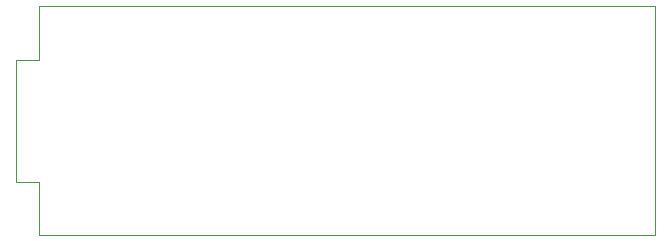
<source format=gm1>
G04 #@! TF.GenerationSoftware,KiCad,Pcbnew,7.0.1-0*
G04 #@! TF.CreationDate,2023-08-30T13:31:37-04:00*
G04 #@! TF.ProjectId,F405_pill,46343035-5f70-4696-9c6c-2e6b69636164,rev?*
G04 #@! TF.SameCoordinates,Original*
G04 #@! TF.FileFunction,Profile,NP*
%FSLAX46Y46*%
G04 Gerber Fmt 4.6, Leading zero omitted, Abs format (unit mm)*
G04 Created by KiCad (PCBNEW 7.0.1-0) date 2023-08-30 13:31:37*
%MOMM*%
%LPD*%
G01*
G04 APERTURE LIST*
G04 #@! TA.AperFunction,Profile*
%ADD10C,0.040000*%
G04 #@! TD*
G04 APERTURE END LIST*
D10*
X148500000Y-94407903D02*
X148500000Y-74988289D01*
X96379936Y-74988289D02*
X96379936Y-79560946D01*
X94440783Y-79560946D02*
X94440783Y-89923130D01*
X94440783Y-89923130D02*
X96379936Y-89923130D01*
X96379936Y-79560946D02*
X94440783Y-79560946D01*
X96379936Y-89923130D02*
X96379936Y-94407903D01*
X148500000Y-74988289D02*
X96379936Y-74988289D01*
X96379936Y-94407903D02*
X148500000Y-94407903D01*
M02*

</source>
